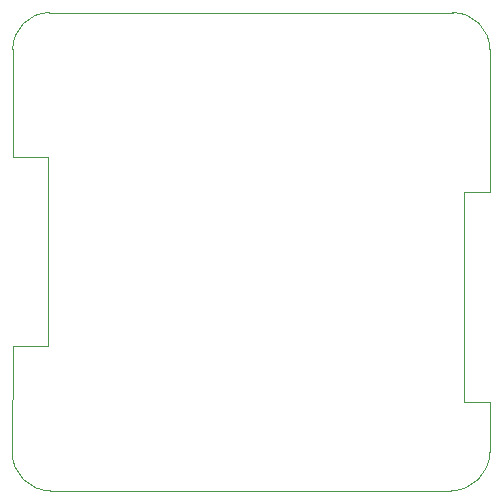
<source format=gbr>
%TF.GenerationSoftware,KiCad,Pcbnew,5.1.12-84ad8e8a86~92~ubuntu18.04.1*%
%TF.CreationDate,2023-10-21T06:49:18+07:00*%
%TF.ProjectId,RPi_FFC_15P-EYECLOUDAI_2MGSMOD_AR0234-ADAPTER,5250695f-4646-4435-9f31-35502d455945,rev?*%
%TF.SameCoordinates,Original*%
%TF.FileFunction,Profile,NP*%
%FSLAX46Y46*%
G04 Gerber Fmt 4.6, Leading zero omitted, Abs format (unit mm)*
G04 Created by KiCad (PCBNEW 5.1.12-84ad8e8a86~92~ubuntu18.04.1) date 2023-10-21 06:49:18*
%MOMM*%
%LPD*%
G01*
G04 APERTURE LIST*
%TA.AperFunction,Profile*%
%ADD10C,0.050000*%
%TD*%
G04 APERTURE END LIST*
D10*
X142113000Y-91440000D02*
X142113000Y-79415640D01*
X101701600Y-88519000D02*
X101714300Y-79397860D01*
X104673400Y-104521000D02*
X101701600Y-104521000D01*
X104673400Y-88519000D02*
X104673400Y-104521000D01*
X101701600Y-88519000D02*
X104673400Y-88519000D01*
X139954000Y-91440000D02*
X142113000Y-91440000D01*
X139954000Y-109245400D02*
X142113000Y-109245400D01*
X142113000Y-109245400D02*
X142113000Y-113487200D01*
X142113000Y-113487200D02*
G75*
G02*
X138826240Y-116773960I-3286760J0D01*
G01*
X104896920Y-116771421D02*
G75*
G02*
X101676200Y-113553240I0J3220721D01*
G01*
X101714300Y-79397860D02*
G75*
G02*
X104823260Y-76288900I3108960J0D01*
G01*
X138978640Y-76291440D02*
G75*
G02*
X142113000Y-79415640I5080J-3129280D01*
G01*
X139954000Y-91440000D02*
X139954000Y-109245400D01*
X104823260Y-76288900D02*
X138978640Y-76291440D01*
X101676200Y-113553240D02*
X101701600Y-104521000D01*
X138826240Y-116773960D02*
X104896920Y-116771421D01*
M02*

</source>
